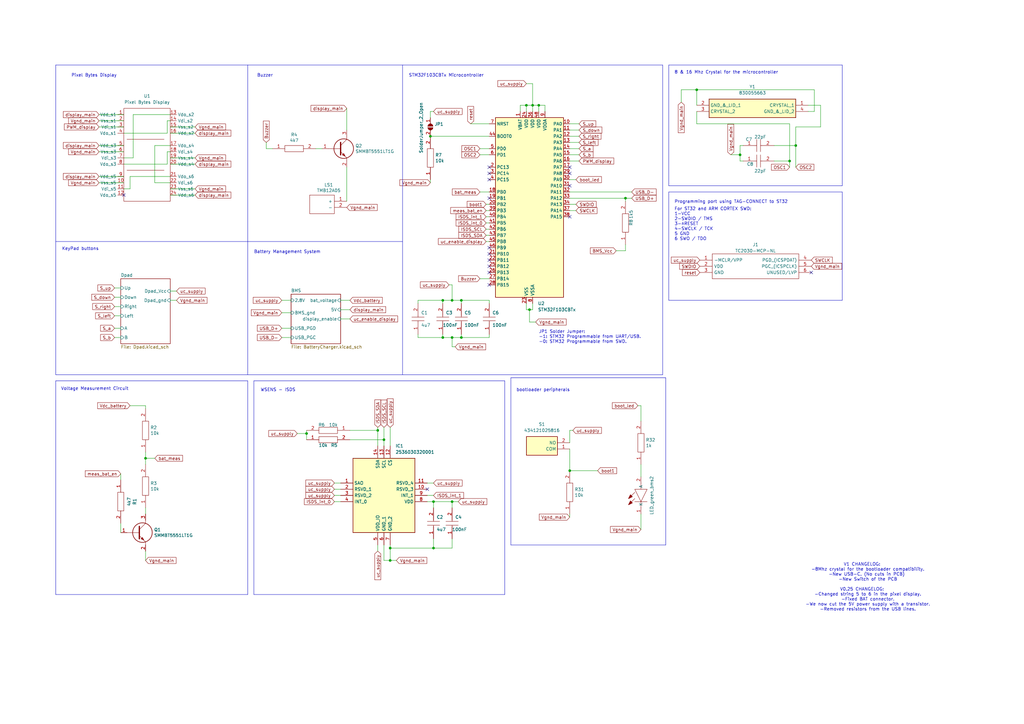
<source format=kicad_sch>
(kicad_sch (version 20231120) (generator "eeschema") (generator_version "8.0")
  (paper "A3")
  (title_block (title "Pixel Bytes - Host") (date "2024-09-17") (rev "V0.1") (company "Making Devices") (comment 1 "Rubén G.S."))
  (junction (at 189.23 138.43))
  (junction (at 215.9 43.18))
  (junction (at 176.53 55.88))
  (junction (at 303.53 63.5))
  (junction (at 285.75 36.83))
  (junction (at 154.94 176.53))
  (junction (at 160.02 229.87))
  (junction (at 181.61 138.43))
  (junction (at 233.68 193.04))
  (junction (at 160.02 224.79))
  (junction (at 59.69 187.96))
  (junction (at 217.17 127))
  (junction (at 185.42 123.19))
  (junction (at 185.42 205.74))
  (junction (at 185.42 138.43))
  (junction (at 220.98 43.18))
  (junction (at 177.8 205.74))
  (junction (at 189.23 123.19))
  (junction (at 326.39 59.69))
  (junction (at 181.61 123.19))
  (junction (at 157.48 180.34))
  (junction (at 323.85 66.04))
  (junction (at 125.73 177.8))
  (junction (at 218.44 43.18))
  (junction (at 256.54 81.28))
  (junction (at 177.8 224.79))
  (no_connect (at 233.68 68.58))
  (no_connect (at 233.68 71.12))
  (no_connect (at 50.8 80.01))
  (no_connect (at 200.66 71.12))
  (no_connect (at 200.66 109.22))
  (no_connect (at 200.66 68.58))
  (no_connect (at 200.66 106.68))
  (no_connect (at 200.66 73.66))
  (no_connect (at 175.26 200.66))
  (no_connect (at 200.66 104.14))
  (no_connect (at 233.68 88.9))
  (no_connect (at 200.66 101.6))
  (no_connect (at 200.66 116.84))
  (no_connect (at 200.66 111.76))
  (no_connect (at 200.66 81.28))
  (no_connect (at 233.68 76.2))
  (no_connect (at 332.74 111.76))
  (polyline (pts (xy 274.32 78.74) (xy 274.32 123.19)))
  (wire (pts (xy 154.94 176.53) (xy 154.94 182.88)))
  (wire (pts (xy 199.39 88.9) (xy 200.66 88.9)))
  (wire (pts (xy 175.26 205.74) (xy 177.8 205.74)))
  (wire (pts (xy 262.89 210.82) (xy 262.89 217.17)))
  (wire (pts (xy 233.68 83.82) (xy 236.22 83.82)))
  (wire (pts (xy 220.98 43.18) (xy 220.98 45.72)))
  (wire (pts (xy 69.85 46.99) (xy 54.61 46.99)))
  (polyline (pts (xy 104.14 156.21) (xy 104.14 243.84)))
  (polyline (pts (xy 209.55 154.94) (xy 209.55 223.52)))
  (wire (pts (xy 143.51 180.34) (xy 157.48 180.34)))
  (wire (pts (xy 326.39 59.69) (xy 326.39 52.07)))
  (polyline (pts (xy 274.32 78.74) (xy 345.44 78.74)))
  (wire (pts (xy 40.64 46.99) (xy 50.8 46.99)))
  (wire (pts (xy 59.69 208.28) (xy 59.69 210.82)))
  (wire (pts (xy 233.68 78.74) (xy 259.08 78.74)))
  (wire (pts (xy 69.85 54.61) (xy 80.01 54.61)))
  (wire (pts (xy 49.53 138.43) (xy 46.99 138.43)))
  (wire (pts (xy 193.04 50.8) (xy 200.66 50.8)))
  (wire (pts (xy 59.69 167.64) (xy 59.69 166.37)))
  (polyline (pts (xy 22.86 156.21) (xy 22.86 243.84)))
  (wire (pts (xy 125.73 176.53) (xy 125.73 177.8)))
  (wire (pts (xy 46.99 134.62) (xy 49.53 134.62)))
  (wire (pts (xy 40.64 74.93) (xy 50.8 74.93)))
  (wire (pts (xy 177.8 220.98) (xy 177.8 224.79)))
  (wire (pts (xy 157.48 229.87) (xy 160.02 229.87)))
  (wire (pts (xy 189.23 123.19) (xy 200.66 123.19)))
  (wire (pts (xy 334.01 36.83) (xy 334.01 45.72)))
  (wire (pts (xy 175.26 198.12) (xy 177.8 198.12)))
  (wire (pts (xy 46.99 125.73) (xy 49.53 125.73)))
  (wire (pts (xy 196.85 63.5) (xy 200.66 63.5)))
  (wire (pts (xy 223.52 45.72) (xy 223.52 43.18)))
  (wire (pts (xy 256.54 102.87) (xy 256.54 100.33)))
  (polyline (pts (xy 101.6 156.21) (xy 101.6 243.84)))
  (wire (pts (xy 233.68 50.8) (xy 237.49 50.8)))
  (wire (pts (xy 185.42 116.84) (xy 184.15 116.84)))
  (wire (pts (xy 40.64 62.23) (xy 50.8 62.23)))
  (polyline (pts (xy 274.32 123.19) (xy 345.44 123.19)))
  (wire (pts (xy 40.64 49.53) (xy 50.8 49.53)))
  (wire (pts (xy 137.16 200.66) (xy 139.7 200.66)))
  (wire (pts (xy 175.26 203.2) (xy 177.8 203.2)))
  (wire (pts (xy 63.5 59.69) (xy 63.5 74.93)))
  (wire (pts (xy 157.48 223.52) (xy 157.48 229.87)))
  (wire (pts (xy 200.66 138.43) (xy 200.66 137.16)))
  (polyline (pts (xy 345.44 123.19) (xy 345.44 78.74)))
  (wire (pts (xy 303.53 59.69) (xy 303.53 63.5)))
  (wire (pts (xy 185.42 220.98) (xy 185.42 224.79)))
  (wire (pts (xy 199.39 83.82) (xy 200.66 83.82)))
  (polyline (pts (xy 273.05 223.52) (xy 273.05 154.94)))
  (wire (pts (xy 185.42 116.84) (xy 185.42 123.19)))
  (wire (pts (xy 111.76 60.96) (xy 109.22 60.96)))
  (wire (pts (xy 189.23 137.16) (xy 189.23 138.43)))
  (wire (pts (xy 176.53 55.88) (xy 200.66 55.88)))
  (polyline (pts (xy 101.6 243.84) (xy 22.86 243.84)))
  (wire (pts (xy 233.68 193.04) (xy 245.11 193.04)))
  (wire (pts (xy 72.39 119.38) (xy 69.85 119.38)))
  (wire (pts (xy 199.39 93.98) (xy 200.66 93.98)))
  (wire (pts (xy 234.95 176.53) (xy 233.68 176.53)))
  (wire (pts (xy 181.61 124.46) (xy 181.61 123.19)))
  (wire (pts (xy 279.4 36.83) (xy 285.75 36.83)))
  (wire (pts (xy 69.85 64.77) (xy 80.01 64.77)))
  (wire (pts (xy 49.53 214.63) (xy 49.53 218.44)))
  (wire (pts (xy 326.39 59.69) (xy 317.5 59.69)))
  (wire (pts (xy 115.57 128.27) (xy 119.38 128.27)))
  (polyline (pts (xy 207.01 156.21) (xy 207.01 243.84)))
  (wire (pts (xy 218.44 124.46) (xy 218.44 127)))
  (wire (pts (xy 279.4 41.91) (xy 279.4 36.83)))
  (wire (pts (xy 171.45 138.43) (xy 171.45 137.16)))
  (wire (pts (xy 59.69 187.96) (xy 59.69 190.5)))
  (wire (pts (xy 186.69 142.24) (xy 185.42 142.24)))
  (polyline (pts (xy 207.01 243.84) (xy 104.14 243.84)))
  (wire (pts (xy 334.01 45.72) (xy 331.47 45.72)))
  (wire (pts (xy 220.98 43.18) (xy 218.44 43.18)))
  (wire (pts (xy 54.61 64.77) (xy 50.8 64.77)))
  (wire (pts (xy 69.85 67.31) (xy 80.01 67.31)))
  (wire (pts (xy 285.75 43.18) (xy 285.75 36.83)))
  (wire (pts (xy 157.48 180.34) (xy 157.48 182.88)))
  (wire (pts (xy 63.5 74.93) (xy 69.85 74.93)))
  (wire (pts (xy 125.73 177.8) (xy 125.73 180.34)))
  (wire (pts (xy 154.94 175.26) (xy 154.94 176.53)))
  (wire (pts (xy 68.58 67.31) (xy 68.58 62.23)))
  (polyline (pts (xy 165.1 153.67) (xy 165.1 26.67)))
  (wire (pts (xy 69.85 52.07) (xy 80.01 52.07)))
  (wire (pts (xy 160.02 224.79) (xy 160.02 229.87)))
  (wire (pts (xy 233.68 73.66) (xy 236.22 73.66)))
  (wire (pts (xy 49.53 194.31) (xy 49.53 196.85)))
  (wire (pts (xy 40.64 59.69) (xy 50.8 59.69)))
  (wire (pts (xy 53.34 77.47) (xy 50.8 77.47)))
  (wire (pts (xy 185.42 123.19) (xy 181.61 123.19)))
  (wire (pts (xy 196.85 60.96) (xy 200.66 60.96)))
  (wire (pts (xy 299.72 63.5) (xy 303.53 63.5)))
  (wire (pts (xy 143.51 176.53) (xy 154.94 176.53)))
  (wire (pts (xy 323.85 66.04) (xy 323.85 68.58)))
  (wire (pts (xy 142.24 44.45) (xy 142.24 53.34)))
  (wire (pts (xy 115.57 134.62) (xy 119.38 134.62)))
  (wire (pts (xy 304.8 59.69) (xy 303.53 59.69)))
  (wire (pts (xy 59.69 185.42) (xy 59.69 187.96)))
  (wire (pts (xy 215.9 43.18) (xy 215.9 45.72)))
  (wire (pts (xy 189.23 124.46) (xy 189.23 123.19)))
  (wire (pts (xy 53.34 72.39) (xy 53.34 77.47)))
  (wire (pts (xy 69.85 77.47) (xy 80.01 77.47)))
  (polyline (pts (xy 165.1 99.06) (xy 22.86 99.06)))
  (wire (pts (xy 185.42 138.43) (xy 181.61 138.43)))
  (wire (pts (xy 115.57 123.19) (xy 119.38 123.19)))
  (wire (pts (xy 68.58 49.53) (xy 69.85 49.53)))
  (wire (pts (xy 215.9 43.18) (xy 213.36 43.18)))
  (wire (pts (xy 199.39 96.52) (xy 200.66 96.52)))
  (wire (pts (xy 199.39 91.44) (xy 200.66 91.44)))
  (wire (pts (xy 233.68 55.88) (xy 237.49 55.88)))
  (wire (pts (xy 109.22 60.96) (xy 109.22 58.42)))
  (wire (pts (xy 181.61 123.19) (xy 171.45 123.19)))
  (wire (pts (xy 218.44 43.18) (xy 218.44 45.72)))
  (wire (pts (xy 233.68 58.42) (xy 237.49 58.42)))
  (polyline (pts (xy 22.86 26.67) (xy 22.86 153.67)))
  (wire (pts (xy 160.02 224.79) (xy 177.8 224.79)))
  (wire (pts (xy 233.68 81.28) (xy 256.54 81.28)))
  (wire (pts (xy 181.61 137.16) (xy 181.61 138.43)))
  (wire (pts (xy 139.7 127) (xy 143.51 127)))
  (wire (pts (xy 199.39 99.06) (xy 200.66 99.06)))
  (wire (pts (xy 185.42 138.43) (xy 189.23 138.43)))
  (wire (pts (xy 53.34 166.37) (xy 59.69 166.37)))
  (wire (pts (xy 154.94 223.52) (xy 154.94 226.06)))
  (wire (pts (xy 68.58 62.23) (xy 69.85 62.23)))
  (wire (pts (xy 285.75 50.8) (xy 323.85 50.8)))
  (wire (pts (xy 137.16 198.12) (xy 139.7 198.12)))
  (wire (pts (xy 160.02 223.52) (xy 160.02 224.79)))
  (wire (pts (xy 185.42 138.43) (xy 185.42 142.24)))
  (wire (pts (xy 121.92 177.8) (xy 125.73 177.8)))
  (wire (pts (xy 218.44 127) (xy 217.17 127)))
  (polyline (pts (xy 22.86 153.67) (xy 271.78 153.67)))
  (wire (pts (xy 185.42 123.19) (xy 189.23 123.19)))
  (polyline (pts (xy 104.14 156.21) (xy 207.01 156.21)))
  (wire (pts (xy 326.39 59.69) (xy 326.39 68.58)))
  (polyline (pts (xy 274.32 76.2) (xy 345.44 76.2)))
  (wire (pts (xy 303.53 63.5) (xy 303.53 66.04)))
  (wire (pts (xy 317.5 66.04) (xy 323.85 66.04)))
  (wire (pts (xy 233.68 184.15) (xy 233.68 193.04)))
  (wire (pts (xy 262.89 166.37) (xy 261.62 166.37)))
  (wire (pts (xy 233.68 60.96) (xy 237.49 60.96)))
  (polyline (pts (xy 101.6 153.67) (xy 101.6 26.67)))
  (wire (pts (xy 139.7 130.81) (xy 143.51 130.81)))
  (wire (pts (xy 215.9 127) (xy 215.9 124.46)))
  (wire (pts (xy 137.16 205.74) (xy 139.7 205.74)))
  (wire (pts (xy 139.7 123.19) (xy 143.51 123.19)))
  (polyline (pts (xy 22.86 156.21) (xy 101.6 156.21)))
  (wire (pts (xy 200.66 123.19) (xy 200.66 124.46)))
  (wire (pts (xy 181.61 138.43) (xy 171.45 138.43)))
  (wire (pts (xy 54.61 46.99) (xy 54.61 64.77)))
  (wire (pts (xy 233.68 63.5) (xy 237.49 63.5)))
  (wire (pts (xy 72.39 123.19) (xy 69.85 123.19)))
  (wire (pts (xy 233.68 176.53) (xy 233.68 181.61)))
  (wire (pts (xy 59.69 226.06) (xy 59.69 229.87)))
  (wire (pts (xy 233.68 210.82) (xy 233.68 212.09)))
  (wire (pts (xy 217.17 127) (xy 215.9 127)))
  (wire (pts (xy 217.17 127) (xy 217.17 132.08)))
  (wire (pts (xy 40.64 52.07) (xy 50.8 52.07)))
  (wire (pts (xy 177.8 205.74) (xy 185.42 205.74)))
  (wire (pts (xy 262.89 172.72) (xy 262.89 166.37)))
  (wire (pts (xy 213.36 43.18) (xy 213.36 45.72)))
  (wire (pts (xy 157.48 175.26) (xy 157.48 180.34)))
  (wire (pts (xy 40.64 72.39) (xy 50.8 72.39)))
  (wire (pts (xy 185.42 205.74) (xy 187.96 205.74)))
  (wire (pts (xy 217.17 132.08) (xy 219.71 132.08)))
  (wire (pts (xy 262.89 190.5) (xy 262.89 195.58)))
  (wire (pts (xy 177.8 45.72) (xy 176.53 45.72)))
  (wire (pts (xy 285.75 36.83) (xy 334.01 36.83)))
  (wire (pts (xy 199.39 86.36) (xy 200.66 86.36)))
  (polyline (pts (xy 274.32 26.67) (xy 274.32 76.2)))
  (wire (pts (xy 49.53 118.11) (xy 46.99 118.11)))
  (wire (pts (xy 137.16 203.2) (xy 139.7 203.2)))
  (wire (pts (xy 160.02 175.26) (xy 160.02 182.88)))
  (wire (pts (xy 331.47 43.18) (xy 336.55 43.18)))
  (wire (pts (xy 177.8 205.74) (xy 177.8 208.28)))
  (wire (pts (xy 252.73 102.87) (xy 256.54 102.87)))
  (wire (pts (xy 196.85 114.3) (xy 200.66 114.3)))
  (wire (pts (xy 256.54 81.28) (xy 256.54 82.55)))
  (wire (pts (xy 233.68 53.34) (xy 237.49 53.34)))
  (wire (pts (xy 132.08 60.96) (xy 129.54 60.96)))
  (wire (pts (xy 303.53 66.04) (xy 304.8 66.04)))
  (polyline (pts (xy 271.78 26.67) (xy 271.78 153.67)))
  (wire (pts (xy 49.53 129.54) (xy 46.99 129.54)))
  (wire (pts (xy 115.57 138.43) (xy 119.38 138.43)))
  (wire (pts (xy 256.54 81.28) (xy 259.08 81.28)))
  (wire (pts (xy 69.85 59.69) (xy 63.5 59.69)))
  (wire (pts (xy 176.53 73.66) (xy 176.53 74.93)))
  (wire (pts (xy 218.44 43.18) (xy 218.44 34.29)))
  (wire (pts (xy 142.24 68.58) (xy 142.24 82.55)))
  (polyline (pts (xy 209.55 223.52) (xy 273.05 223.52)))
  (wire (pts (xy 326.39 52.07) (xy 336.55 52.07)))
  (wire (pts (xy 223.52 43.18) (xy 220.98 43.18)))
  (wire (pts (xy 196.85 78.74) (xy 200.66 78.74)))
  (wire (pts (xy 233.68 66.04) (xy 237.49 66.04)))
  (wire (pts (xy 323.85 66.04) (xy 323.85 50.8)))
  (wire (pts (xy 171.45 123.19) (xy 171.45 124.46)))
  (wire (pts (xy 49.53 121.92) (xy 46.99 121.92)))
  (wire (pts (xy 59.69 187.96) (xy 63.5 187.96)))
  (wire (pts (xy 336.55 43.18) (xy 336.55 52.07)))
  (wire (pts (xy 50.8 67.31) (xy 68.58 67.31)))
  (wire (pts (xy 176.53 45.72) (xy 176.53 48.26)))
  (wire (pts (xy 160.02 229.87) (xy 162.56 229.87)))
  (wire (pts (xy 218.44 43.18) (xy 215.9 43.18)))
  (wire (pts (xy 185.42 205.74) (xy 185.42 208.28)))
  (wire (pts (xy 53.34 72.39) (xy 69.85 72.39)))
  (wire (pts (xy 218.44 34.29) (xy 215.9 34.29)))
  (polyline (pts (xy 345.44 76.2) (xy 345.44 26.67)))
  (wire (pts (xy 68.58 54.61) (xy 68.58 49.53)))
  (wire (pts (xy 69.85 80.01) (xy 80.01 80.01)))
  (wire (pts (xy 189.23 138.43) (xy 200.66 138.43)))
  (wire (pts (xy 177.8 224.79) (xy 185.42 224.79)))
  (wire (pts (xy 50.8 54.61) (xy 68.58 54.61)))
  (polyline (pts (xy 273.05 154.94) (xy 209.55 154.94)))
  (wire (pts (xy 233.68 86.36) (xy 236.22 86.36)))
  (polyline (pts (xy 345.44 26.67) (xy 274.32 26.67)))
  (wire (pts (xy 285.75 50.8) (xy 285.75 45.72)))
  (polyline (pts (xy 22.86 26.67) (xy 271.78 26.67)))
  (text "KeyPad buttons" (at 25.4 102.87 0) (effects (font (size 1.27 1.27)) (justify left bottom)))
  (text "Battery Management System" (at 104.14 104.14 0) (effects (font (size 1.27 1.27)) (justify left bottom)))
  (text "JP1 Solder Jumper:\n-1: STM32 Programmable from UART/USB.\n-0: STM32 Programmable from SWD. " (at 220.98 140.97 0) (effects (font (size 1.27 1.27)) (justify left bottom)))
  (text "WSENS - ISDS" (at 114.046 160.02 0) (effects (font (size 1.27 1.27))))
  (text "V1 CHANGELOG:\n	-8Mhz crystal for the bootloader compatibility.\n	-New USB-C. (No cuts in PCB) \n	-New Switch of the PCB\n\nV0.25 CHANGELOG:\n	-Changed string 5 to 6 in the pixel display.\n	-Fixed BAT connector.\n	-We now cut the 5V power supply with a transistor.\n	-Removed resistors from the USB lines." (at 353.568 240.792 0) (effects (font (size 1.27 1.27))))
  (text "Programming port using TAG-CONNECT to ST32" (at 276.606 83.566 0) (effects (font (size 1.27 1.27)) (justify left bottom)))
  (text "8 & 16 Mhz Crystal for the microcontroller\n" (at 276.606 30.48 0) (effects (font (size 1.27 1.27)) (justify left bottom)))
  (text "Pixel Bytes Display" (at 29.21 31.75 0) (effects (font (size 1.27 1.27)) (justify left bottom)))
  (text "bootloader peripherals\n" (at 222.758 160.02 0) (effects (font (size 1.27 1.27))))
  (text "Buzzer\n" (at 105.41 31.75 0) (effects (font (size 1.27 1.27)) (justify left bottom)))
  (text "For ST32 and ARM CORTEX SWD:\n1-VCC\n2-SWDIO / TMS\n3-nRESET\n4-SWCLK / TCK\n5 GND\n6 SWO / TDO" (at 276.606 98.806 0) (effects (font (size 1.27 1.27)) (justify left bottom)))
  (text "STM32F103CBTx Microcontroller" (at 167.64 31.75 0) (effects (font (size 1.27 1.27)) (justify left bottom)))
  (text "Voltage Measurement Circuit" (at 38.862 159.512 0) (effects (font (size 1.27 1.27))))
  (global_label "uc_supply" (shape input) (at 115.57 123.19 180) (property "Intersheetrefs" "${INTERSHEET_REFS}" (effects (hide yes))))
  (global_label "Vgnd_main" (shape input) (at 279.4 41.91 270) (property "Intersheetrefs" "${INTERSHEET_REFS}" (effects (hide yes))))
  (global_label "uc_supply" (shape input) (at 137.16 198.12 180) (property "Intersheetrefs" "${INTERSHEET_REFS}" (effects (hide yes))))
  (global_label "uc_supply" (shape input) (at 187.96 205.74 0) (property "Intersheetrefs" "${INTERSHEET_REFS}" (effects (hide yes))))
  (global_label "USB_D-" (shape input) (at 259.08 78.74 0) (property "Intersheetrefs" "${INTERSHEET_REFS}" (effects (hide yes))))
  (global_label "ISDS_int_1" (shape input) (at 199.39 88.9 180) (property "Intersheetrefs" "${INTERSHEET_REFS}" (effects (hide yes))))
  (global_label "S_left" (shape input) (at 237.49 58.42 0) (property "Intersheetrefs" "${INTERSHEET_REFS}" (effects (hide yes))))
  (global_label "USB_D-" (shape input) (at 115.57 138.43 180) (property "Intersheetrefs" "${INTERSHEET_REFS}" (effects (hide yes))))
  (global_label "Buzzer" (shape input) (at 109.22 58.42 90) (property "Intersheetrefs" "${INTERSHEET_REFS}" (effects (hide yes))))
  (global_label "meas_bat_en" (shape input) (at 49.53 194.31 180) (property "Intersheetrefs" "${INTERSHEET_REFS}" (effects (hide yes))))
  (global_label "S_down" (shape input) (at 46.99 121.92 180) (property "Intersheetrefs" "${INTERSHEET_REFS}" (effects (hide yes))))
  (global_label "ISDS_int_0" (shape input) (at 137.16 205.74 180) (property "Intersheetrefs" "${INTERSHEET_REFS}" (effects (hide yes))))
  (global_label "bat_meas" (shape input) (at 196.85 78.74 180) (property "Intersheetrefs" "${INTERSHEET_REFS}" (effects (hide yes))))
  (global_label "display_main" (shape input) (at 142.24 44.45 180) (property "Intersheetrefs" "${INTERSHEET_REFS}" (effects (hide yes))))
  (global_label "ISDS_SCL" (shape input) (at 157.48 175.26 90) (property "Intersheetrefs" "${INTERSHEET_REFS}" (effects (hide yes))))
  (global_label "S_down" (shape input) (at 237.49 53.34 0) (property "Intersheetrefs" "${INTERSHEET_REFS}" (effects (hide yes))))
  (global_label "Vgnd_main" (shape input) (at 59.69 229.87 0) (property "Intersheetrefs" "${INTERSHEET_REFS}" (effects (hide yes))))
  (global_label "Vgnd_main" (shape input) (at 186.69 142.24 0) (property "Intersheetrefs" "${INTERSHEET_REFS}" (effects (hide yes))))
  (global_label "Vgnd_main" (shape input) (at 332.74 109.22 0) (property "Intersheetrefs" "${INTERSHEET_REFS}" (effects (hide yes))))
  (global_label "uc_supply" (shape input) (at 121.92 177.8 180) (property "Intersheetrefs" "${INTERSHEET_REFS}" (effects (hide yes))))
  (global_label "display_main" (shape input) (at 40.64 46.99 180) (property "Intersheetrefs" "${INTERSHEET_REFS}" (effects (hide yes))))
  (global_label "PWM_display" (shape input) (at 237.49 66.04 0) (property "Intersheetrefs" "${INTERSHEET_REFS}" (effects (hide yes))))
  (global_label "ISDS_int_0" (shape input) (at 199.39 91.44 180) (property "Intersheetrefs" "${INTERSHEET_REFS}" (effects (hide yes))))
  (global_label "S_a" (shape input) (at 237.49 60.96 0) (property "Intersheetrefs" "${INTERSHEET_REFS}" (effects (hide yes))))
  (global_label "reset" (shape input) (at 287.02 111.76 180) (property "Intersheetrefs" "${INTERSHEET_REFS}" (effects (hide yes))))
  (global_label "Vgnd_main" (shape input) (at 233.68 212.09 180) (property "Intersheetrefs" "${INTERSHEET_REFS}" (effects (hide yes))))
  (global_label "Vgnd_main" (shape input) (at 219.71 132.08 0) (property "Intersheetrefs" "${INTERSHEET_REFS}" (effects (hide yes))))
  (global_label "SWDIO" (shape input) (at 287.02 109.22 180) (property "Intersheetrefs" "${INTERSHEET_REFS}" (effects (hide yes))))
  (global_label "S_b" (shape input) (at 237.49 63.5 0) (property "Intersheetrefs" "${INTERSHEET_REFS}" (effects (hide yes))))
  (global_label "ISDS_SDA" (shape input) (at 154.94 175.26 90) (property "Intersheetrefs" "${INTERSHEET_REFS}" (effects (hide yes))))
  (global_label "S_right" (shape input) (at 237.49 55.88 0) (property "Intersheetrefs" "${INTERSHEET_REFS}" (effects (hide yes))))
  (global_label "ISDS_SDA" (shape input) (at 199.39 96.52 180) (property "Intersheetrefs" "${INTERSHEET_REFS}" (effects (hide yes))))
  (global_label "uc_supply" (shape input) (at 177.8 45.72 0) (property "Intersheetrefs" "${INTERSHEET_REFS}" (effects (hide yes))))
  (global_label "boot_led" (shape input) (at 236.22 73.66 0) (property "Intersheetrefs" "${INTERSHEET_REFS}" (effects (hide yes))))
  (global_label "OSC1" (shape input) (at 196.85 60.96 180) (property "Intersheetrefs" "${INTERSHEET_REFS}" (effects (hide yes))))
  (global_label "uc_supply" (shape input) (at 287.02 106.68 180) (property "Intersheetrefs" "${INTERSHEET_REFS}" (effects (hide yes))))
  (global_label "S_left" (shape input) (at 46.99 129.54 180) (property "Intersheetrefs" "${INTERSHEET_REFS}" (effects (hide yes))))
  (global_label "Vgnd_main" (shape input) (at 80.01 77.47 0) (property "Intersheetrefs" "${INTERSHEET_REFS}" (effects (hide yes))))
  (global_label "boot_led" (shape input) (at 261.62 166.37 180) (property "Intersheetrefs" "${INTERSHEET_REFS}" (effects (hide yes))))
  (global_label "uc_supply" (shape input) (at 137.16 200.66 180) (property "Intersheetrefs" "${INTERSHEET_REFS}" (effects (hide yes))))
  (global_label "boot1" (shape input) (at 245.11 193.04 0) (property "Intersheetrefs" "${INTERSHEET_REFS}" (effects (hide yes))))
  (global_label "Vgnd_main" (shape input) (at 40.64 74.93 180) (property "Intersheetrefs" "${INTERSHEET_REFS}" (effects (hide yes))))
  (global_label "display_main" (shape input) (at 143.51 127 0) (property "Intersheetrefs" "${INTERSHEET_REFS}" (effects (hide yes))))
  (global_label "uc_supply" (shape input) (at 137.16 203.2 180) (property "Intersheetrefs" "${INTERSHEET_REFS}" (effects (hide yes))))
  (global_label "OSC1" (shape input) (at 323.85 68.58 180) (property "Intersheetrefs" "${INTERSHEET_REFS}" (effects (hide yes))))
  (global_label "OSC2" (shape input) (at 326.39 68.58 0) (property "Intersheetrefs" "${INTERSHEET_REFS}" (effects (hide yes))))
  (global_label "ISDS_SCL" (shape input) (at 199.39 93.98 180) (property "Intersheetrefs" "${INTERSHEET_REFS}" (effects (hide yes))))
  (global_label "Vdc_battery" (shape input) (at 143.51 123.19 0) (property "Intersheetrefs" "${INTERSHEET_REFS}" (effects (hide yes))))
  (global_label "Vgnd_main" (shape input) (at 80.01 64.77 0) (property "Intersheetrefs" "${INTERSHEET_REFS}" (effects (hide yes))))
  (global_label "display_main" (shape input) (at 40.64 72.39 180) (property "Intersheetrefs" "${INTERSHEET_REFS}" (effects (hide yes))))
  (global_label "uc_enable_display" (shape input) (at 143.51 130.81 0) (property "Intersheetrefs" "${INTERSHEET_REFS}" (effects (hide yes))))
  (global_label "PWM_display" (shape input) (at 40.64 52.07 180) (property "Intersheetrefs" "${INTERSHEET_REFS}" (effects (hide yes))))
  (global_label "uc_supply" (shape input) (at 154.94 226.06 270) (property "Intersheetrefs" "${INTERSHEET_REFS}" (effects (hide yes))))
  (global_label "Vgnd_main" (shape input) (at 176.53 74.93 180) (property "Intersheetrefs" "${INTERSHEET_REFS}" (effects (hide yes))))
  (global_label "USB_D+" (shape input) (at 115.57 134.62 180) (property "Intersheetrefs" "${INTERSHEET_REFS}" (effects (hide yes))))
  (global_label "uc_supply" (shape input) (at 72.39 119.38 0) (property "Intersheetrefs" "${INTERSHEET_REFS}" (effects (hide yes))))
  (global_label "uc_supply" (shape input) (at 177.8 198.12 0) (property "Intersheetrefs" "${INTERSHEET_REFS}" (effects (hide yes))))
  (global_label "Vgnd_main" (shape input) (at 80.01 52.07 0) (property "Intersheetrefs" "${INTERSHEET_REFS}" (effects (hide yes))))
  (global_label "S_a" (shape input) (at 46.99 134.62 180) (property "Intersheetrefs" "${INTERSHEET_REFS}" (effects (hide yes))))
  (global_label "S_b" (shape input) (at 46.99 138.43 180) (property "Intersheetrefs" "${INTERSHEET_REFS}" (effects (hide yes))))
  (global_label "Vgnd_main" (shape input) (at 162.56 229.87 0) (property "Intersheetrefs" "${INTERSHEET_REFS}" (effects (hide yes))))
  (global_label "SWCLK" (shape input) (at 236.22 86.36 0) (property "Intersheetrefs" "${INTERSHEET_REFS}" (effects (hide yes))))
  (global_label "uc_supply" (shape input) (at 215.9 34.29 180) (property "Intersheetrefs" "${INTERSHEET_REFS}" (effects (hide yes))))
  (global_label "S_right" (shape input) (at 46.99 125.73 180) (property "Intersheetrefs" "${INTERSHEET_REFS}" (effects (hide yes))))
  (global_label "Vgnd_main" (shape input) (at 40.64 62.23 180) (property "Intersheetrefs" "${INTERSHEET_REFS}" (effects (hide yes))))
  (global_label "uc_supply" (shape input) (at 160.02 175.26 90) (property "Intersheetrefs" "${INTERSHEET_REFS}" (effects (hide yes))))
  (global_label "ISDS_int_1" (shape input) (at 177.8 203.2 0) (property "Intersheetrefs" "${INTERSHEET_REFS}" (effects (hide yes))))
  (global_label "BMS_Vcc" (shape input) (at 252.73 102.87 180) (property "Intersheetrefs" "${INTERSHEET_REFS}" (effects (hide yes))))
  (global_label "SWCLK" (shape input) (at 332.74 106.68 0) (property "Intersheetrefs" "${INTERSHEET_REFS}" (effects (hide yes))))
  (global_label "display_main" (shape input) (at 80.01 67.31 0) (property "Intersheetrefs" "${INTERSHEET_REFS}" (effects (hide yes))))
  (global_label "display_main" (shape input) (at 80.01 54.61 0) (property "Intersheetrefs" "${INTERSHEET_REFS}" (effects (hide yes))))
  (global_label "S_up" (shape input) (at 46.99 118.11 180) (property "Intersheetrefs" "${INTERSHEET_REFS}" (effects (hide yes))))
  (global_label "uc_supply" (shape input) (at 184.15 116.84 180) (property "Intersheetrefs" "${INTERSHEET_REFS}" (effects (hide yes))))
  (global_label "display_main" (shape input) (at 80.01 80.01 0) (property "Intersheetrefs" "${INTERSHEET_REFS}" (effects (hide yes))))
  (global_label "Vgnd_main" (shape input) (at 299.72 63.5 90) (property "Intersheetrefs" "${INTERSHEET_REFS}" (effects (hide yes))))
  (global_label "Vgnd_main" (shape input) (at 142.24 85.09 0) (property "Intersheetrefs" "${INTERSHEET_REFS}" (effects (hide yes))))
  (global_label "Vgnd_main" (shape input) (at 262.89 217.17 180) (property "Intersheetrefs" "${INTERSHEET_REFS}" (effects (hide yes))))
  (global_label "meas_bat_en" (shape input) (at 199.39 86.36 180) (property "Intersheetrefs" "${INTERSHEET_REFS}" (effects (hide yes))))
  (global_label "Vgnd_main" (shape input) (at 40.64 49.53 180) (property "Intersheetrefs" "${INTERSHEET_REFS}" (effects (hide yes))))
  (global_label "bat_meas" (shape input) (at 63.5 187.96 0) (property "Intersheetrefs" "${INTERSHEET_REFS}" (effects (hide yes))))
  (global_label "display_main" (shape input) (at 40.64 59.69 180) (property "Intersheetrefs" "${INTERSHEET_REFS}" (effects (hide yes))))
  (global_label "reset" (shape input) (at 193.04 50.8 90) (property "Intersheetrefs" "${INTERSHEET_REFS}" (effects (hide yes))))
  (global_label "SWDIO" (shape input) (at 236.22 83.82 0) (property "Intersheetrefs" "${INTERSHEET_REFS}" (effects (hide yes))))
  (global_label "uc_enable_display" (shape input) (at 199.39 99.06 180) (property "Intersheetrefs" "${INTERSHEET_REFS}" (effects (hide yes))))
  (global_label "Vgnd_main" (shape input) (at 72.39 123.19 0) (property "Intersheetrefs" "${INTERSHEET_REFS}" (effects (hide yes))))
  (global_label "Vgnd_main" (shape input) (at 115.57 128.27 180) (property "Intersheetrefs" "${INTERSHEET_REFS}" (effects (hide yes))))
  (global_label "boot1" (shape input) (at 199.39 83.82 180) (property "Intersheetrefs" "${INTERSHEET_REFS}" (effects (hide yes))))
  (global_label "USB_D+" (shape input) (at 259.08 81.28 0) (property "Intersheetrefs" "${INTERSHEET_REFS}" (effects (hide yes))))
  (global_label "OSC2" (shape input) (at 196.85 63.5 180) (property "Intersheetrefs" "${INTERSHEET_REFS}" (effects (hide yes))))
  (global_label "S_up" (shape input) (at 237.49 50.8 0) (property "Intersheetrefs" "${INTERSHEET_REFS}" (effects (hide yes))))
  (global_label "Buzzer" (shape input) (at 196.85 114.3 180) (property "Intersheetrefs" "${INTERSHEET_REFS}" (effects (hide yes))))
  (global_label "uc_supply" (shape input) (at 234.95 176.53 0) (property "Intersheetrefs" "${INTERSHEET_REFS}" (effects (hide yes))))
  (global_label "Vdc_battery" (shape input) (at 53.34 166.37 180) (property "Intersheetrefs" "${INTERSHEET_REFS}" (effects (hide yes))))
  (symbol (lib_id "PicBytesMicro-rescue:GCG21BR71H154KA01K-SamacSys_Parts") (at 304.8 66.04 0) (unit 1)
    (property "Reference" "C8" (at 306.324 67.31 0) (effects (justify left)))
    (property "Value" "22pF" (at 309.372 70.104 0) (effects (justify left)))
    (property "Footprint" "Capacitor_SMD:C_0805_2012Metric" (effects (hide yes)))
    (property "Datasheet" "https://psearch.en.murata.com/capacitor/product/GCG21BR71H154KA01%23.html" (effects (hide yes)))
    (property "Description" "Capacitor L=2.0mm W=1.25mm T=1.25mm" (effects (hide yes)))
    (property "Height" "1.45" (effects (hide yes)))
    (property "Manufacturer_Name" "Murata Electronics" (effects (hide yes)))
    (property "Manufacturer_Part_Number" "GCG21BR71H154KA01K" (effects (hide yes)))
  )
  (symbol (lib_id "PicBytesMicro-rescue:GCG21BR71H154KA01K-SamacSys_Parts") (at 304.8 59.69 0) (unit 1)
    (property "Reference" "C7" (at 305.816 57.15 0) (effects (justify left)))
    (property "Value" "22pF" (at 309.372 56.134 0) (effects (justify left)))
    (property "Footprint" "Capacitor_SMD:C_0805_2012Metric" (effects (hide yes)))
    (property "Datasheet" "https://psearch.en.murata.com/capacitor/product/GCG21BR71H154KA01%23.html" (effects (hide yes)))
    (property "Description" "Capacitor L=2.0mm W=1.25mm T=1.25mm" (effects (hide yes)))
    (property "Height" "1.45" (effects (hide yes)))
    (property "Manufacturer_Name" "Murata Electronics" (effects (hide yes)))
    (property "Manufacturer_Part_Number" "GCG21BR71H154KA01K" (effects (hide yes)))
  )
  (symbol (lib_id "PicBytesMicro-rescue:SMMBT5551LT1G-SamacSys_Parts") (at 132.08 60.96 0) (unit 1)
    (property "Reference" "Q2" (at 145.7452 59.7916 0) (effects (justify left)))
    (property "Value" "SMMBT5551LT1G" (at 145.7452 62.103 0) (effects (justify left)))
    (property "Footprint" "SOT96P237X111-3N" (effects (hide yes)))
    (property "Datasheet" "http://uk.rs-online.com/web/p/products/1841498P" (effects (hide yes)))
    (property "Description" "NPN Bipolar Transistor, 600 mA 160 V, 3-pin SOT-23" (effects (hide yes)))
    (property "Height" "1.11" (effects (hide yes)))
    (property "RS Part Number" "1841498P" (effects (hide yes)))
    (property "RS Price/Stock" "http://uk.rs-online.com/web/p/products/1841498P" (effects (hide yes)))
    (property "Manufacturer_Name" "ON Semiconductor" (effects (hide yes)))
    (property "Manufacturer_Part_Number" "SMMBT5551LT1G" (effects (hide yes)))
    (property "Allied_Number" "70300580" (effects (hide yes)))
  )
  (symbol (lib_id "PicBytesMicro-rescue:KTR10EZPF4220-SamacSys_Parts") (at 111.76 60.96 0) (unit 1)
    (property "Reference" "R4" (at 120.65 55.245 0))
    (property "Value" "4k7" (at 120.65 57.5564 0))
    (property "Footprint" "RESC2012X65N" (effects (hide yes)))
    (property "Datasheet" "http://rohmfs.rohm.com/en/products/databook/datasheet/passive/resistor/chip_resistor/ktr.pdf" (effects (hide yes)))
    (property "Description" "ROHM 0805 Resistor Chip" (effects (hide yes)))
    (property "Height" "0.65" (effects (hide yes)))
    (property "Manufacturer_Name" "ROHM Semiconductor" (effects (hide yes)))
    (property "Manufacturer_Part_Number" "KTR10EZPF4220" (effects (hide yes)))
  )
  (symbol (lib_id "PicBytesMicro-rescue:TMB12A05-SamacSys_Parts") (at 142.24 85.09 180) (unit 1)
    (property "Reference" "LS1" (at 134.8232 75.819 0))
    (property "Value" "TMB12A05" (at 134.8232 78.1304 0))
    (property "Footprint" "TMB12A05" (effects (hide yes)))
    (property "Datasheet" "https://datasheet.lcsc.com/szlcsc/Jiangsu-Huaneng-Elec-TMB12A05_C96093.pdf" (effects (hide yes)))
    (property "Description" "12*9.5 Buzzers RoHS" (effects (hide yes)))
    (property "Height" "9.5" (effects (hide yes)))
    (property "Manufacturer_Name" "Jiangsu Huaneng Elec" (effects (hide yes)))
    (property "Manufacturer_Part_Number" "TMB12A05" (effects (hide yes)))
  )
  (symbol (lib_id "User:2536030320001") (at 139.7 198.12 0) (unit 1)
    (property "Reference" "IC1" (at 162.2141 182.88 0) (effects (justify left)))
    (property "Value" "2536030320001" (at 162.2141 185.42 0) (effects (justify left)))
    (property "Footprint" "2536030320001" (effects (hide yes)))
    (property "Datasheet" "https://www.we-online.com/components/products/datasheet/2536030320001.pdf" (effects (hide yes)))
    (property "Description" "IMUs - Inertial Measurement Units WSEN-ISDS IMU 6-axis (Inertial measurement unit) +/-16g, +/-2000 dps,-40 +/- 85C" (effects (hide yes)))
    (property "Height" "0.86" (effects (hide yes)))
    (property "Mouser Part Number" "710-2536030320001" (effects (hide yes)))
    (property "Mouser Price/Stock" "https://www.mouser.co.uk/ProductDetail/Wurth-Elektronik/2536030320001?qs=ulEaXIWI0c9qLb0BLguFyA%3D%3D" (effects (hide yes)))
    (property "Manufacturer_Name" "Wurth Elektronik" (effects (hide yes)))
    (property "Manufacturer_Part_Number" "2536030320001" (effects (hide yes)))
  )
  (symbol (lib_id "OpenReflowPlate-rescue:C0805C475M8RACTU-Library_Loader") (at 189.23 137.16 90) (unit 1)
    (property "Reference" "C5" (at 190.5 128.27 90) (effects (justify right)))
    (property "Value" "100nF" (at 190.5 133.35 90) (effects (justify right)))
    (property "Footprint" "CAPC2012X140N" (effects (hide yes)))
    (property "Datasheet" "https://datasheet.datasheetarchive.com/originals/distributors/Datasheets-DGA8/2444426.pdf" (effects (hide yes)))
    (property "Description" "Cap Ceramic 4.7uF 10V X7R 20% Pad SMD 0805 125C T/R" (effects (hide yes)))
    (property "Height" "1.4" (effects (hide yes)))
    (property "Manufacturer_Name" "Kemet" (effects (hide yes)))
    (property "Manufacturer_Part_Number" "C0805C475M8RACTU" (effects (hide yes)))
  )
  (symbol (lib_id "OpenReflowPlate-rescue:ERJP6WF1303V-Library_Loader") (at 233.68 210.82 90) (unit 1)
    (property "Reference" "R31" (at 235.6612 200.7616 90) (effects (justify right)))
    (property "Value" "10k" (at 235.6612 203.073 90) (effects (justify right)))
    (property "Footprint" "Resistor_SMD:R_0805_2012Metric" (effects (hide yes)))
    (property "Datasheet" "http://uk.rs-online.com/web/p/products/7708607P" (effects (hide yes)))
    (property "Description" "Panasonic ERJP6W Series Thick Film Surface Mount Fixed Resistor 0805 Case 130k +/-1% 0.5W +/-200ppm/C" (effects (hide yes)))
    (property "Height" "0.75" (effects (hide yes)))
    (property "RS Part Number" "7708607P" (effects (hide yes)))
    (property "RS Price/Stock" "http://uk.rs-online.com/web/p/products/7708607P" (effects (hide yes)))
    (property "Manufacturer_Name" "Panasonic" (effects (hide yes)))
    (property "Manufacturer_Part_Number" "ERJP6WF1303V" (effects (hide yes)))
  )
  (symbol (lib_id "PicBytesMicro-rescue:KTR10EZPF4220-SamacSys_Parts") (at 49.53 196.85 270) (unit 1)
    (property "Reference" "R1" (at 55.245 205.74 0))
    (property "Value" "4k7" (at 52.9336 205.74 0))
    (property "Footprint" "RESC2012X65N" (effects (hide yes)))
    (property "Datasheet" "http://rohmfs.rohm.com/en/products/databook/datasheet/passive/resistor/chip_resistor/ktr.pdf" (effects (hide yes)))
    (property "Description" "ROHM 0805 Resistor Chip" (effects (hide yes)))
    (property "Height" "0.65" (effects (hide yes)))
    (property "Manufacturer_Name" "ROHM Semiconductor" (effects (hide yes)))
    (property "Manufacturer_Part_Number" "KTR10EZPF4220" (effects (hide yes)))
  )
  (symbol (lib_id "OpenReflowPlate-rescue:ERJP6WF1303V-Library_Loader") (at 59.69 185.42 90) (unit 1)
    (property "Reference" "R2" (at 61.6712 175.3616 90) (effects (justify right)))
    (property "Value" "10k" (at 61.6712 177.673 90) (effects (justify right)))
    (property "Footprint" "Resistor_SMD:R_0805_2012Metric" (effects (hide yes)))
    (property "Datasheet" "http://uk.rs-online.com/web/p/products/7708607P" (effects (hide yes)))
    (property "Description" "Panasonic ERJP6W Series Thick Film Surface Mount Fixed Resistor 0805 Case 130k +/-1% 0.5W +/-200ppm/C" (effects (hide yes)))
    (property "Height" "0.75" (effects (hide yes)))
    (property "RS Part Number" "7708607P" (effects (hide yes)))
    (property "RS Price/Stock" "http://uk.rs-online.com/web/p/products/7708607P" (effects (hide yes)))
    (property "Manufacturer_Name" "Panasonic" (effects (hide yes)))
    (property "Manufacturer_Part_Number" "ERJP6WF1303V" (effects (hide yes)))
  )
  (symbol (lib_id "pixelbytesdisplay:Pixel_Display") (at 55.88 52.07 0) (unit 1)
    (property "Reference" "U1" (at 60.325 39.37 0))
    (property "Value" "Pixel Bytes Display" (at 60.325 41.91 0))
    (property "Footprint" "pixelbytesdisplay:pixelbytesdisplay" (effects (hide yes)))
    (property "Datasheet" "https://github.com/makingdevices/PixelBytes" (effects (hide yes)))
    (property "Description" "Pixel Bytes Display made by Making Devices" (effects (hide yes)))
  )
  (symbol (lib_id "Jumper:SolderJumper_2_Open") (at 176.53 52.07 270) (unit 1)
    (property "Reference" "JP1" (at 178.2572 50.9016 90) (effects (justify left)))
    (property "Value" "SolderJumper_2_Open" (at 172.72 41.91 0) (effects (justify left)))
    (property "Footprint" "Jumper:SolderJumper-2_P1.3mm_Open_RoundedPad1.0x1.5mm" (effects (hide yes)))
  )
  (symbol (lib_id "OpenReflowPlate-rescue:C0805C475M8RACTU-Library_Loader") (at 177.8 220.98 90) (unit 1)
    (property "Reference" "C2" (at 179.07 212.09 90) (effects (justify right)))
    (property "Value" "4u7" (at 179.07 217.17 90) (effects (justify right)))
    (property "Footprint" "CAPC2012X140N" (effects (hide yes)))
    (property "Datasheet" "https://datasheet.datasheetarchive.com/originals/distributors/Datasheets-DGA8/2444426.pdf" (effects (hide yes)))
    (property "Description" "Cap Ceramic 4.7uF 10V X7R 20% Pad SMD 0805 125C T/R" (effects (hide yes)))
    (property "Height" "1.4" (effects (hide yes)))
    (property "Manufacturer_Name" "Kemet" (effects (hide yes)))
    (property "Manufacturer_Part_Number" "C0805C475M8RACTU" (effects (hide yes)))
  )
  (symbol (lib_id "OpenReflowPlate-rescue:ERJP6WF1303V-Library_Loader") (at 256.54 100.33 90) (unit 1)
    (property "Reference" "R8" (at 258.826 89.916 0) (effects (justify right)))
    (property "Value" "1k5" (at 258.826 86.106 0) (effects (justify right)))
    (property "Footprint" "Resistor_SMD:R_0805_2012Metric" (effects (hide yes)))
    (property "Datasheet" "http://uk.rs-online.com/web/p/products/7708607P" (effects (hide yes)))
    (property "Description" "Panasonic ERJP6W Series Thick Film Surface Mount Fixed Resistor 0805 Case 130k +/-1% 0.5W +/-200ppm/C" (effects (hide yes)))
    (property "Height" "0.75" (effects (hide yes)))
    (property "RS Part Number" "7708607P" (effects (hide yes)))
    (property "RS Price/Stock" "http://uk.rs-online.com/web/p/products/7708607P" (effects (hide yes)))
    (property "Manufacturer_Name" "Panasonic" (effects (hide yes)))
    (property "Manufacturer_Part_Number" "ERJP6WF1303V" (effects (hide yes)))
  )
  (symbol (lib_id "OpenReflowPlate-rescue:ERJP6WF1303V-Library_Loader") (at 143.51 176.53 180) (unit 1)
    (property "Reference" "R6" (at 130.556 174.244 0) (effects (justify right)))
    (property "Value" "10k" (at 134.874 174.244 0) (effects (justify right)))
    (property "Footprint" "Resistor_SMD:R_0805_2012Metric" (effects (hide yes)))
    (property "Datasheet" "http://uk.rs-online.com/web/p/products/7708607P" (effects (hide yes)))
    (property "Description" "Panasonic ERJP6W Series Thick Film Surface Mount Fixed Resistor 0805 Case 130k +/-1% 0.5W +/-200ppm/C" (effects (hide yes)))
    (property "Height" "0.75" (effects (hide yes)))
    (property "RS Part Number" "7708607P" (effects (hide yes)))
    (property "RS Price/Stock" "http://uk.rs-online.com/web/p/products/7708607P" (effects (hide yes)))
    (property "Manufacturer_Name" "Panasonic" (effects (hide yes)))
    (property "Manufacturer_Part_Number" "ERJP6WF1303V" (effects (hide yes)))
  )
  (symbol (lib_id "OpenReflowPlate-rescue:ERJP6WF1303V-Library_Loader") (at 176.53 73.66 90) (unit 1)
    (property "Reference" "R7" (at 178.5112 63.6016 90) (effects (justify right)))
    (property "Value" "10k" (at 178.5112 65.913 90) (effects (justify right)))
    (property "Footprint" "Resistor_SMD:R_0805_2012Metric" (effects (hide yes)))
    (property "Datasheet" "http://uk.rs-online.com/web/p/products/7708607P" (effects (hide yes)))
    (property "Description" "Panasonic ERJP6W Series Thick Film Surface Mount Fixed Resistor 0805 Case 130k +/-1% 0.5W +/-200ppm/C" (effects (hide yes)))
    (property "Height" "0.75" (effects (hide yes)))
    (property "RS Part Number" "7708607P" (effects (hide yes)))
    (property "RS Price/Stock" "http://uk.rs-online.com/web/p/products/7708607P" (effects (hide yes)))
    (property "Manufacturer_Name" "Panasonic" (effects (hide yes)))
    (property "Manufacturer_Part_Number" "ERJP6WF1303V" (effects (hide yes)))
  )
  (symbol (lib_id "OpenReflowPlate-rescue:ERJP6WF1303V-Library_Loader") (at 59.69 208.28 90) (unit 1)
    (property "Reference" "R3" (at 61.6712 198.2216 90) (effects (justify right)))
    (property "Value" "10k" (at 61.6712 200.533 90) (effects (justify right)))
    (property "Footprint" "Resistor_SMD:R_0805_2012Metric" (effects (hide yes)))
    (property "Datasheet" "http://uk.rs-online.com/web/p/products/7708607P" (effects (hide yes)))
    (property "Description" "Panasonic ERJP6W Series Thick Film Surface Mount Fixed Resistor 0805 Case 130k +/-1% 0.5W +/-200ppm/C" (effects (hide yes)))
    (property "Height" "0.75" (effects (hide yes)))
    (property "RS Part Number" "7708607P" (effects (hide yes)))
    (property "RS Price/Stock" "http://uk.rs-online.com/web/p/products/7708607P" (effects (hide yes)))
    (property "Manufacturer_Name" "Panasonic" (effects (hide yes)))
    (property "Manufacturer_Part_Number" "ERJP6WF1303V" (effects (hide yes)))
  )
  (symbol (lib_id "PicBytesMicro-rescue:LTST-C171GKT-SamacSys_Parts") (at 262.89 210.82 90) (unit 1)
    (property "Reference" "LED_green_bms2" (at 267.2842 203.2 0))
    (property "Value" "LTST-C171GKT" (effects (hide yes)))
    (property "Footprint" "LEDC2012X90N" (effects (hide yes)))
    (property "Datasheet" "http://uk.rs-online.com/web/p/products/6920935P" (effects (hide yes)))
    (property "Description" "Lite-On LTST-C171GKT, CHIPLED 0805 569 nm Green LED, 2012 (0805) SMD package" (effects (hide yes)))
    (property "Height" "0.9" (effects (hide yes)))
    (property "RS Part Number" "6920935P" (effects (hide yes)))
    (property "RS Price/Stock" "http://uk.rs-online.com/web/p/products/6920935P" (effects (hide yes)))
    (property "Manufacturer_Name" "Lite-On" (effects (hide yes)))
    (property "Manufacturer_Part_Number" "LTST-C171GKT" (effects (hide yes)))
  )
  (symbol (lib_id "MCU_ST_STM32F1:STM32F103CBTx") (at 215.9 86.36 0) (unit 1)
    (property "Reference" "U2" (at 220.6341 124.46 0) (effects (justify left)))
    (property "Value" "STM32F103CBTx" (at 220.6341 127 0) (effects (justify left)))
    (property "Footprint" "Package_QFP:LQFP-48_7x7mm_P0.5mm" (effects (hide yes)))
    (property "Datasheet" "https://www.st.com/resource/en/datasheet/stm32f103cb.pdf" (effects (hide yes)))
    (property "Description" "STMicroelectronics Arm Cortex-M3 MCU, 128KB flash, 20KB RAM, 72 MHz, 2.0-3.6V, 37 GPIO, LQFP48" (effects (hide yes)))
  )
  (symbol (lib_id "OpenReflowPlate-rescue:C0805C475M8RACTU-Library_Loader") (at 171.45 137.16 90) (unit 1)
    (property "Reference" "C1" (at 172.72 128.27 90) (effects (justify right)))
    (property "Value" "4u7" (at 172.72 133.35 90) (effects (justify right)))
    (property "Footprint" "CAPC2012X140N" (effects (hide yes)))
    (property "Datasheet" "https://datasheet.datasheetarchive.com/originals/distributors/Datasheets-DGA8/2444426.pdf" (effects (hide yes)))
    (property "Description" "Cap Ceramic 4.7uF 10V X7R 20% Pad SMD 0805 125C T/R" (effects (hide yes)))
    (property "Height" "1.4" (effects (hide yes)))
    (property "Manufacturer_Name" "Kemet" (effects (hide yes)))
    (property "Manufacturer_Part_Number" "C0805C475M8RACTU" (effects (hide yes)))
  )
  (symbol (lib_id "User:434121025816") (at 233.68 184.15 180) (unit 1)
    (property "Reference" "S1" (at 222.25 173.99 0))
    (property "Value" "434121025816" (at 222.25 176.53 0))
    (property "Footprint" "434121050816" (effects (hide yes)))
    (property "Datasheet" "https://www.digikey.ph/en/products/detail/w%C3%BCrth-elektronik/434121025816/5209078?msockid=39f1ec84d77b6f4428b7f904d6676eed" (effects (hide yes)))
    (property "Description" "Black Tactile Switch, Single Pole Single Throw (SPST) 50 mA @ 12 V dc 0.8mm Surface Mount" (effects (hide yes)))
    (property "Height" "7" (effects (hide yes)))
    (property "Manufacturer_Name" "Wurth Elektronik" (effects (hide yes)))
    (property "Manufacturer_Part_Number" "434121025816" (effects (hide yes)))
    (property "Mouser Part Number" "710-434121025816" (effects (hide yes)))
    (property "Mouser Price/Stock" "https://www.mouser.co.uk/ProductDetail/Wurth-Elektronik/434121025816?qs=wr8lucFkNMWyfcUAFbmtRw%3D%3D" (effects (hide yes)))
  )
  (symbol (lib_id "User_lib:TC2030-MCP-NL") (at 287.02 106.68 0) (unit 1)
    (property "Reference" "J1" (at 309.88 100.33 0))
    (property "Value" "TC2030-MCP-NL" (at 309.88 102.87 0))
    (property "Footprint" "TC2030-MCP-NL" (effects (hide yes)))
    (property "Datasheet" "http://uk.rs-online.com/web/p/products/8252561" (effects (hide yes)))
    (property "Description" "TC2030-MCP-NL PCB Footprint (no legs)" (effects (hide yes)))
    (property "RS Part Number" "8252561" (effects (hide yes)))
    (property "RS Price/Stock" "http://uk.rs-online.com/web/p/products/8252561" (effects (hide yes)))
    (property "Manufacturer_Name" "Microchip" (effects (hide yes)))
    (property "Manufacturer_Part_Number" "TC2030-MCP-NL" (effects (hide yes)))
  )
  (symbol (lib_id "User:830055663") (at 331.47 45.72 180) (unit 1)
    (property "Reference" "Y1" (at 308.61 35.56 0))
    (property "Value" "830055663" (at 308.61 38.1 0))
    (property "Footprint" "830055663" (effects (hide yes)))
    (property "Datasheet" "https://www.we-online.com/catalog/datasheet/830055663.pdf" (effects (hide yes)))
    (property "Description" "Crystals WE-XTAL 8.0MHz 30ppm 5.0 x 3.2mm" (effects (hide yes)))
    (property "Height" "1" (effects (hide yes)))
    (property "Mouser Part Number" "710-830055663" (effects (hide yes)))
    (property "Mouser Price/Stock" "https://www.mouser.co.uk/ProductDetail/Wurth-Elektronik/830055663?qs=2WXlatMagcHXGqDkS%2FTHKQ%3D%3D" (effects (hide yes)))
    (property "Manufacturer_Name" "Wurth Elektronik" (effects (hide yes)))
    (property "Manufacturer_Part_Number" "830055663" (effects (hide yes)))
  )
  (symbol (lib_id "OpenReflowPlate-rescue:C0805C475M8RACTU-Library_Loader") (at 181.61 137.16 90) (unit 1)
    (property "Reference" "C3" (at 182.88 128.27 90) (effects (justify right)))
    (property "Value" "100nF" (at 181.61 133.35 90) (effects (justify right)))
    (property "Footprint" "CAPC2012X140N" (effects (hide yes)))
    (property "Datasheet" "https://datasheet.datasheetarchive.com/originals/distributors/Datasheets-DGA8/2444426.pdf" (effects (hide yes)))
    (property "Description" "Cap Ceramic 4.7uF 10V X7R 20% Pad SMD 0805 125C T/R" (effects (hide yes)))
    (property "Height" "1.4" (effects (hide yes)))
    (property "Manufacturer_Name" "Kemet" (effects (hide yes)))
    (property "Manufacturer_Part_Number" "C0805C475M8RACTU" (effects (hide yes)))
  )
  (symbol (lib_id "OpenReflowPlate-rescue:ERJP6WF1303V-Library_Loader") (at 125.73 180.34 0) (unit 1)
    (property "Reference" "R5" (at 138.43 182.626 0) (effects (justify right)))
    (property "Value" "10k" (at 134.366 182.626 0) (effects (justify right)))
    (property "Footprint" "Resistor_SMD:R_0805_2012Metric" (effects (hide yes)))
    (property "Datasheet" "http://uk.rs-online.com/web/p/products/7708607P" (effects (hide yes)))
    (property "Description" "Panasonic ERJP6W Series Thick Film Surface Mount Fixed Resistor 0805 Case 130k +/-1% 0.5W +/-200ppm/C" (effects (hide yes)))
    (property "Height" "0.75" (effects (hide yes)))
    (property "RS Part Number" "7708607P" (effects (hide yes)))
    (property "RS Price/Stock" "http://uk.rs-online.com/web/p/products/7708607P" (effects (hide yes)))
    (property "Manufacturer_Name" "Panasonic" (effects (hide yes)))
    (property "Manufacturer_Part_Number" "ERJP6WF1303V" (effects (hide yes)))
  )
  (symbol (lib_id "OpenReflowPlate-rescue:C0805C475M8RACTU-Library_Loader") (at 200.66 137.16 90) (unit 1)
    (property "Reference" "C6" (at 201.93 128.27 90) (effects (justify right)))
    (property "Value" "100nF" (at 201.93 133.35 90) (effects (justify right)))
    (property "Footprint" "CAPC2012X140N" (effects (hide yes)))
    (property "Datasheet" "https://datasheet.datasheetarchive.com/originals/distributors/Datasheets-DGA8/2444426.pdf" (effects (hide yes)))
    (property "Description" "Cap Ceramic 4.7uF 10V X7R 20% Pad SMD 0805 125C T/R" (effects (hide yes)))
    (property "Height" "1.4" (effects (hide yes)))
    (property "Manufacturer_Name" "Kemet" (effects (hide yes)))
    (property "Manufacturer_Part_Number" "C0805C475M8RACTU" (effects (hide yes)))
  )
  (symbol (lib_id "OpenReflowPlate-rescue:ERJP6WF1303V-Library_Loader") (at 262.89 190.5 90) (unit 1)
    (property "Reference" "R32" (at 264.8712 180.4416 90) (effects (justify right)))
    (property "Value" "1k" (at 264.8712 182.753 90) (effects (justify right)))
    (property "Footprint" "Resistor_SMD:R_0805_2012Metric" (effects (hide yes)))
    (property "Datasheet" "http://uk.rs-online.com/web/p/products/7708607P" (effects (hide yes)))
    (property "Description" "Panasonic ERJP6W Series Thick Film Surface Mount Fixed Resistor 0805 Case 130k +/-1% 0.5W +/-200ppm/C" (effects (hide yes)))
    (property "Height" "0.75" (effects (hide yes)))
    (property "RS Part Number" "7708607P" (effects (hide yes)))
    (property "RS Price/Stock" "http://uk.rs-online.com/web/p/products/7708607P" (effects (hide yes)))
    (property "Manufacturer_Name" "Panasonic" (effects (hide yes)))
    (property "Manufacturer_Part_Number" "ERJP6WF1303V" (effects (hide yes)))
  )
  (symbol (lib_id "PicBytesMicro-rescue:SMMBT5551LT1G-SamacSys_Parts") (at 49.53 218.44 0) (unit 1)
    (property "Reference" "Q1" (at 63.1952 217.2716 0) (effects (justify left)))
    (property "Value" "SMMBT5551LT1G" (at 63.1952 219.583 0) (effects (justify left)))
    (property "Footprint" "SOT96P237X111-3N" (effects (hide yes)))
    (property "Datasheet" "http://uk.rs-online.com/web/p/products/1841498P" (effects (hide yes)))
    (property "Description" "NPN Bipolar Transistor, 600 mA 160 V, 3-pin SOT-23" (effects (hide yes)))
    (property "Height" "1.11" (effects (hide yes)))
    (property "RS Part Number" "1841498P" (effects (hide yes)))
    (property "RS Price/Stock" "http://uk.rs-online.com/web/p/products/1841498P" (effects (hide yes)))
    (property "Manufacturer_Name" "ON Semiconductor" (effects (hide yes)))
    (property "Manufacturer_Part_Number" "SMMBT5551LT1G" (effects (hide yes)))
    (property "Allied_Number" "70300580" (effects (hide yes)))
  )
  (symbol (lib_id "OpenReflowPlate-rescue:C0805C475M8RACTU-Library_Loader") (at 185.42 220.98 90) (unit 1)
    (property "Reference" "C4" (at 186.69 212.09 90) (effects (justify right)))
    (property "Value" "100nF" (at 185.42 217.17 90) (effects (justify right)))
    (property "Footprint" "CAPC2012X140N" (effects (hide yes)))
    (property "Datasheet" "https://datasheet.datasheetarchive.com/originals/distributors/Datasheets-DGA8/2444426.pdf" (effects (hide yes)))
    (property "Description" "Cap Ceramic 4.7uF 10V X7R 20% Pad SMD 0805 125C T/R" (effects (hide yes)))
    (property "Height" "1.4" (effects (hide yes)))
    (property "Manufacturer_Name" "Kemet" (effects (hide yes)))
    (property "Manufacturer_Part_Number" "C0805C475M8RACTU" (effects (hide yes)))
  )
  (sheet (at 49.53 114.3) (size 20.32 26.67)
    (property "Sheetname" "Dpad" (at 49.53 113.5884 0) (effects (justify left bottom)))
    (property "Sheetfile" "Dpad.kicad_sch" (at 49.53 141.5546 0) (effects (justify left top)))
    (pin "Up" input (at 49.53 118.11 180))
    (pin "Down" input (at 49.53 121.92 180))
    (pin "Right" input (at 49.53 125.73 180))
    (pin "Left" input (at 49.53 129.54 180))
    (pin "A" input (at 49.53 134.62 180))
    (pin "B" input (at 49.53 138.43 180))
    (pin "Dpad_Vcc" input (at 69.85 119.38 0))
    (pin "Dpad_gnd" input (at 69.85 123.19 0))
  )
  (sheet (at 119.38 120.65) (size 20.32 20.32)
    (property "Sheetname" "BMS" (at 119.38 119.9384 0) (effects (justify left bottom)))
    (property "Sheetfile" "BatteryCharger.kicad_sch" (at 119.38 141.5546 0) (effects (justify left top)))
    (pin "BMS_gnd" input (at 119.38 128.27 180))
    (pin "5V" input (at 139.7 127 0))
    (pin "bat_voltage" input (at 139.7 123.19 0))
    (pin "2.8V" input (at 119.38 123.19 180))
    (pin "display_enable" input (at 139.7 130.81 0))
    (pin "USB_PGD" input (at 119.38 134.62 180))
    (pin "USB_PGC" input (at 119.38 138.43 180))
  )
)
</source>
